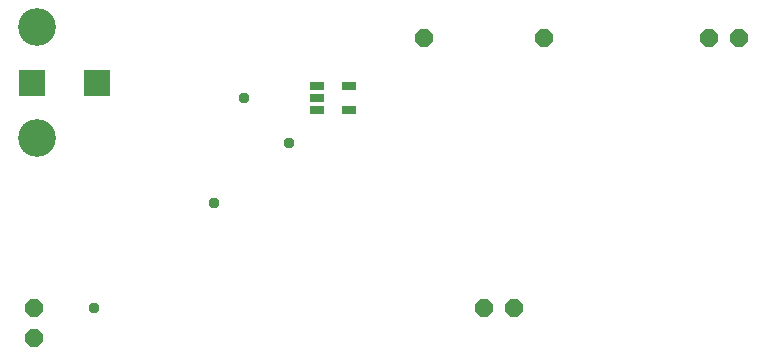
<source format=gts>
G75*
%MOIN*%
%OFA0B0*%
%FSLAX25Y25*%
%IPPOS*%
%LPD*%
%AMOC8*
5,1,8,0,0,1.08239X$1,22.5*
%
%ADD10OC8,0.06000*%
%ADD11R,0.05131X0.03162*%
%ADD12R,0.09068X0.09068*%
%ADD13C,0.12611*%
%ADD14C,0.03778*%
D10*
X0057000Y0032000D03*
X0057000Y0042000D03*
X0207000Y0042000D03*
X0217000Y0042000D03*
X0227000Y0132000D03*
X0187000Y0132000D03*
X0282000Y0132000D03*
X0292000Y0132000D03*
D11*
X0161921Y0115937D03*
X0151094Y0115937D03*
X0151094Y0112000D03*
X0151094Y0108063D03*
X0161921Y0108063D03*
D12*
X0077827Y0117000D03*
X0056173Y0117000D03*
D13*
X0057984Y0098496D03*
X0057984Y0135504D03*
D14*
X0127000Y0112000D03*
X0142000Y0097000D03*
X0117000Y0077000D03*
X0077000Y0042000D03*
M02*

</source>
